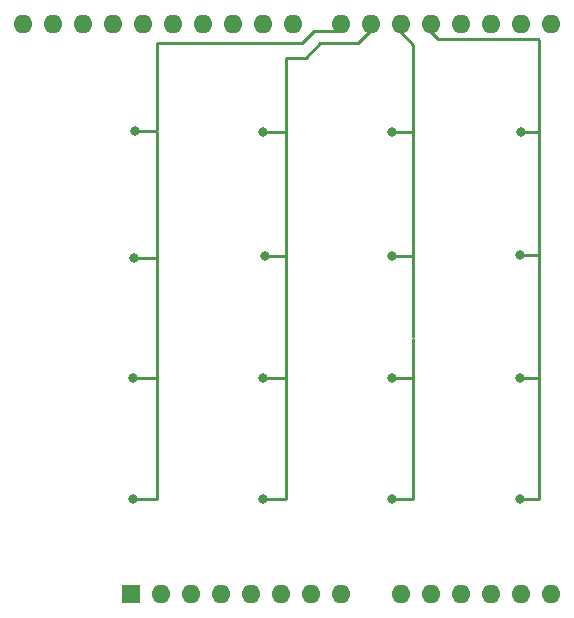
<source format=gbr>
%TF.GenerationSoftware,KiCad,Pcbnew,(6.0.10)*%
%TF.CreationDate,2023-08-09T19:07:30-05:00*%
%TF.ProjectId,Keypad,4b657970-6164-42e6-9b69-6361645f7063,rev?*%
%TF.SameCoordinates,Original*%
%TF.FileFunction,Copper,L2,Bot*%
%TF.FilePolarity,Positive*%
%FSLAX46Y46*%
G04 Gerber Fmt 4.6, Leading zero omitted, Abs format (unit mm)*
G04 Created by KiCad (PCBNEW (6.0.10)) date 2023-08-09 19:07:30*
%MOMM*%
%LPD*%
G01*
G04 APERTURE LIST*
%TA.AperFunction,ComponentPad*%
%ADD10R,1.600000X1.600000*%
%TD*%
%TA.AperFunction,ComponentPad*%
%ADD11O,1.600000X1.600000*%
%TD*%
%TA.AperFunction,ViaPad*%
%ADD12C,0.800000*%
%TD*%
%TA.AperFunction,Conductor*%
%ADD13C,0.250000*%
%TD*%
G04 APERTURE END LIST*
D10*
%TO.P,U1,1,NC*%
%TO.N,unconnected-(U1-Pad1)*%
X124331000Y-94359000D03*
D11*
%TO.P,U1,2,IOREF*%
%TO.N,unconnected-(U1-Pad2)*%
X126871000Y-94359000D03*
%TO.P,U1,3,~{RESET}*%
%TO.N,unconnected-(U1-Pad3)*%
X129411000Y-94359000D03*
%TO.P,U1,4,3V3*%
%TO.N,unconnected-(U1-Pad4)*%
X131951000Y-94359000D03*
%TO.P,U1,5,+5V*%
%TO.N,unconnected-(U1-Pad5)*%
X134491000Y-94359000D03*
%TO.P,U1,6,GND*%
%TO.N,unconnected-(U1-Pad6)*%
X137031000Y-94359000D03*
%TO.P,U1,7,GND*%
%TO.N,unconnected-(U1-Pad7)*%
X139571000Y-94359000D03*
%TO.P,U1,8,VIN*%
%TO.N,unconnected-(U1-Pad8)*%
X142111000Y-94359000D03*
%TO.P,U1,9,A0*%
%TO.N,unconnected-(U1-Pad9)*%
X147191000Y-94359000D03*
%TO.P,U1,10,A1*%
%TO.N,unconnected-(U1-Pad10)*%
X149731000Y-94359000D03*
%TO.P,U1,11,A2*%
%TO.N,unconnected-(U1-Pad11)*%
X152271000Y-94359000D03*
%TO.P,U1,12,A3*%
%TO.N,unconnected-(U1-Pad12)*%
X154811000Y-94359000D03*
%TO.P,U1,13,SDA/A4*%
%TO.N,unconnected-(U1-Pad13)*%
X157351000Y-94359000D03*
%TO.P,U1,14,SCL/A5*%
%TO.N,unconnected-(U1-Pad14)*%
X159891000Y-94359000D03*
%TO.P,U1,15,D0/RX*%
%TO.N,Net-(R1_330-Pad1)*%
X159891000Y-46099000D03*
%TO.P,U1,16,D1/TX*%
%TO.N,Net-(R2_330-Pad1)*%
X157351000Y-46099000D03*
%TO.P,U1,17,D2*%
%TO.N,Net-(R3_330-Pad1)*%
X154811000Y-46099000D03*
%TO.P,U1,18,D3*%
%TO.N,Net-(R4_330-Pad1)*%
X152271000Y-46099000D03*
%TO.P,U1,19,D4*%
%TO.N,Net-(SW13-Pad2)*%
X149731000Y-46099000D03*
%TO.P,U1,20,D5*%
%TO.N,Net-(SW10-Pad2)*%
X147191000Y-46099000D03*
%TO.P,U1,21,D6*%
%TO.N,Net-(SW5-Pad2)*%
X144651000Y-46099000D03*
%TO.P,U1,22,D7*%
%TO.N,Net-(SW1-Pad2)*%
X142111000Y-46099000D03*
%TO.P,U1,23,D8*%
%TO.N,unconnected-(U1-Pad23)*%
X138051000Y-46099000D03*
%TO.P,U1,24,D9*%
%TO.N,unconnected-(U1-Pad24)*%
X135511000Y-46099000D03*
%TO.P,U1,25,D10*%
%TO.N,unconnected-(U1-Pad25)*%
X132971000Y-46099000D03*
%TO.P,U1,26,D11*%
%TO.N,unconnected-(U1-Pad26)*%
X130431000Y-46099000D03*
%TO.P,U1,27,D12*%
%TO.N,unconnected-(U1-Pad27)*%
X127891000Y-46099000D03*
%TO.P,U1,28,D13*%
%TO.N,unconnected-(U1-Pad28)*%
X125351000Y-46099000D03*
%TO.P,U1,29,GND*%
%TO.N,Net-(R5_1K1-Pad1)*%
X122811000Y-46099000D03*
%TO.P,U1,30,AREF*%
%TO.N,unconnected-(U1-Pad30)*%
X120271000Y-46099000D03*
%TO.P,U1,31,SDA/A4*%
%TO.N,unconnected-(U1-Pad31)*%
X117731000Y-46099000D03*
%TO.P,U1,32,SCL/A5*%
%TO.N,unconnected-(U1-Pad32)*%
X115191000Y-46099000D03*
%TD*%
D12*
%TO.N,Net-(SW1-Pad2)*%
X124657400Y-55188400D03*
X124587000Y-65913000D03*
X124460000Y-76073000D03*
X124460000Y-86360000D03*
%TO.N,Net-(SW10-Pad2)*%
X146431000Y-55245000D03*
X146431000Y-65786000D03*
X146431000Y-86360000D03*
X146431000Y-76073000D03*
%TO.N,Net-(SW5-Pad2)*%
X135509000Y-76073000D03*
X135509000Y-86360000D03*
X135636000Y-65786000D03*
X135509000Y-55245000D03*
%TO.N,Net-(SW13-Pad2)*%
X157353000Y-55245000D03*
X157226000Y-65659000D03*
X157226000Y-86360000D03*
X157245600Y-76053400D03*
%TD*%
D13*
%TO.N,Net-(SW1-Pad2)*%
X126492000Y-47752000D02*
X126492000Y-55118000D01*
X126492000Y-55118000D02*
X126421600Y-55188400D01*
X139827000Y-46736000D02*
X138811000Y-47752000D01*
X138811000Y-47752000D02*
X126492000Y-47752000D01*
X141986000Y-46736000D02*
X139827000Y-46736000D01*
X126492000Y-76073000D02*
X124460000Y-76073000D01*
X126492000Y-55258800D02*
X126492000Y-62738000D01*
X126421600Y-55188400D02*
X126492000Y-55258800D01*
X126492000Y-76073000D02*
X126492000Y-86360000D01*
X126492000Y-65913000D02*
X126492000Y-76073000D01*
X126492000Y-62624800D02*
X126492000Y-65913000D01*
X126421600Y-55188400D02*
X124657400Y-55188400D01*
X126492000Y-86360000D02*
X124460000Y-86360000D01*
X126492000Y-65913000D02*
X124587000Y-65913000D01*
%TO.N,Net-(SW10-Pad2)*%
X148209000Y-76073000D02*
X146431000Y-76073000D01*
X148209000Y-65786000D02*
X146431000Y-65786000D01*
X148209000Y-86360000D02*
X146431000Y-86360000D01*
X148209000Y-47879000D02*
X148209000Y-55245000D01*
X148209000Y-55245000D02*
X146431000Y-55245000D01*
X148209000Y-72771000D02*
X148209000Y-76073000D01*
X148209000Y-65786000D02*
X148209000Y-72644000D01*
X147066000Y-46736000D02*
X148209000Y-47879000D01*
X148209000Y-76073000D02*
X148209000Y-86360000D01*
X148209000Y-55245000D02*
X148209000Y-65786000D01*
%TO.N,Net-(SW5-Pad2)*%
X137414000Y-76073000D02*
X137414000Y-86360000D01*
X137414000Y-62865000D02*
X137414000Y-65786000D01*
X140336396Y-47752000D02*
X143510000Y-47752000D01*
X137414000Y-72644000D02*
X137414000Y-76073000D01*
X137414000Y-55245000D02*
X137414000Y-48964000D01*
X137414000Y-55880000D02*
X137414000Y-55245000D01*
X137414000Y-65786000D02*
X135636000Y-65786000D01*
X139124396Y-48964000D02*
X140336396Y-47752000D01*
X137414000Y-65786000D02*
X137414000Y-72644000D01*
X137414000Y-86360000D02*
X135509000Y-86360000D01*
X137414000Y-55245000D02*
X135509000Y-55245000D01*
X137414000Y-62865000D02*
X137414000Y-55905400D01*
X143510000Y-47752000D02*
X144526000Y-46736000D01*
X137414000Y-48964000D02*
X139124396Y-48964000D01*
X137414000Y-76073000D02*
X135509000Y-76073000D01*
%TO.N,Net-(SW13-Pad2)*%
X158826200Y-65659000D02*
X157226000Y-65659000D01*
X158877000Y-47498000D02*
X158800800Y-47421800D01*
X158857400Y-76053400D02*
X158857400Y-86360000D01*
X158877000Y-55245000D02*
X157353000Y-55245000D01*
X158800800Y-47421800D02*
X150291800Y-47421800D01*
X158857400Y-76053400D02*
X157245600Y-76053400D01*
X158851600Y-72415400D02*
X158857400Y-72421200D01*
X150291800Y-47421800D02*
X149606000Y-46736000D01*
X158857400Y-86360000D02*
X157226000Y-86360000D01*
X158877000Y-63119000D02*
X158877000Y-55245000D01*
X158851600Y-65684400D02*
X158826200Y-65659000D01*
X158851600Y-65684400D02*
X158851600Y-72415400D01*
X158877000Y-55245000D02*
X158877000Y-47498000D01*
X158851600Y-63093600D02*
X158851600Y-65684400D01*
X158851600Y-63093600D02*
X158877000Y-63119000D01*
X158857400Y-72421200D02*
X158857400Y-76053400D01*
%TD*%
M02*

</source>
